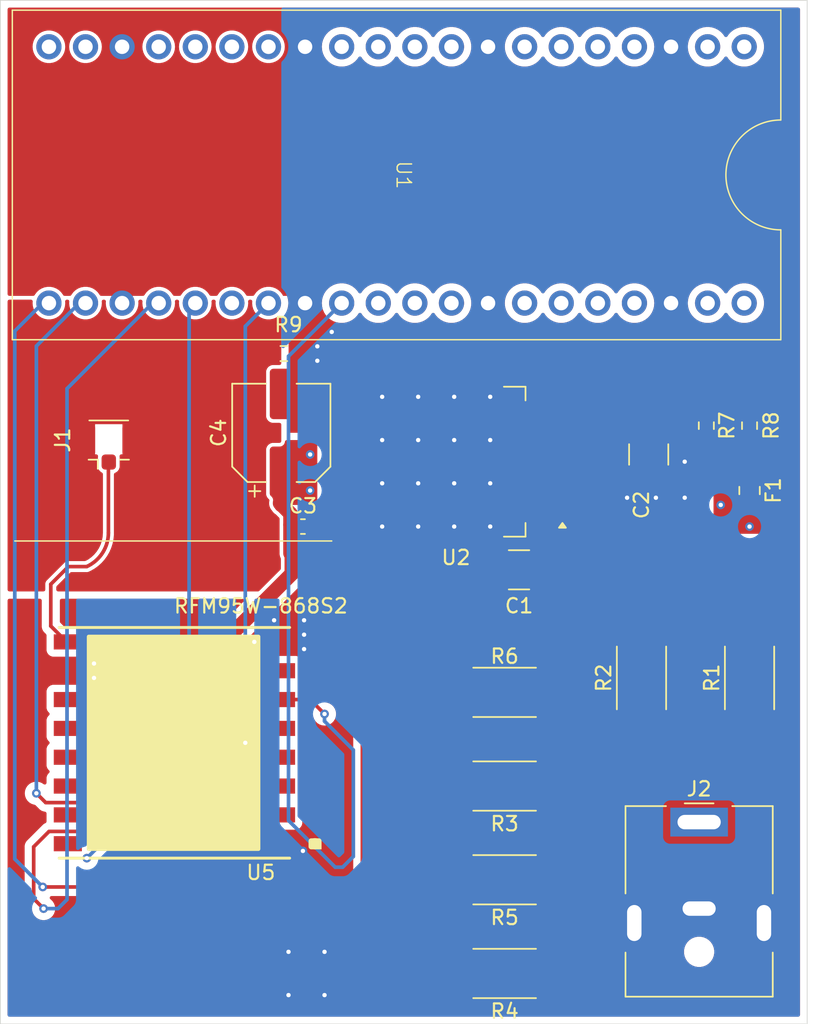
<source format=kicad_pcb>
(kicad_pcb (version 20240108) (generator "pcbnew") (generator_version "8.0")
  (layers (0 "F.Cu" signal) (1 "In1.Cu" signal) (2 "In2.Cu" signal) (31 "B.Cu" signal) (34 "B.Paste" user) (35 "F.Paste" user) (36 "B.SilkS" user "B.Silkscreen") (37 "F.SilkS" user "F.Silkscreen") (38 "B.Mask" user) (39 "F.Mask" user) (44 "Edge.Cuts" user))
  (net 0 "")
  (net 1 "Net-(U2-IN)")
  (net 2 "GND")
  (net 3 "Net-(U2-OUT)")
  (net 4 "RF_VDD")
  (net 5 "/12V")
  (net 6 "Net-(U2-ADJ)")
  (net 8 "/SPI_MISO")
  (net 16 "/SPI_CSn")
  (net 20 "/SPI_SCK")
  (net 23 "/SPI_MOSI")
  (net 32 "/DIO1")
  (net 33 "/RESETn")
  (net 34 "/ANT")
  (net 35 "/RF_GND")
  (footprint "Package_TO_SOT_SMD:TO-263-5_TabPin3" (layer "F.Cu") (at 138.625 61 180)
    (property "Reference" "U2" (at 0 -6.65 0) (layer "F.SilkS"))
    (property "Value" "LT1963AEQ")
    (fp_line (start -3.325 5.2) (end -4.825 5.2) (stroke (width 0.12)) (layer "F.SilkS"))
    (fp_line (start -3.325 -5.2) (end -4.825 -5.2) (stroke (width 0.12)) (layer "F.SilkS"))
    (fp_line (start -4.825 5.2) (end -4.825 4.25) (stroke (width 0.12)) (layer "F.SilkS"))
    (fp_line (start -4.825 -5.2) (end -4.825 -4.25) (stroke (width 0.12)) (layer "F.SilkS"))
    (fp_poly (pts (xy -7.3875 -4.25) (xy -7.6275 -4.58) (xy -7.1475 -4.58) (xy -7.3875 -4.25)) (stroke (width 0.12)) (fill solid) (layer "F.SilkS"))
    (pad "1" smd roundrect (at -7.65 -3.4 180) (size 4.6 1.1) (layers "F.Cu" "F.Paste" "F.Mask") (roundrect_rratio 0.227273) (net 1 "Net-(U2-IN)"))
    (pad "2" smd roundrect (at -7.65 -1.7 180) (size 4.6 1.1) (layers "F.Cu" "F.Paste" "F.Mask") (roundrect_rratio 0.227273) (net 1 "Net-(U2-IN)"))
    (pad "3" smd roundrect (at -7.65 0 180) (size 4.6 1.1) (layers "F.Cu" "F.Paste" "F.Mask") (roundrect_rratio 0.227273) (net 2 "GND"))
    (pad "3" smd roundrect (at -0.925 -2.775 180) (size 4.55 5.25) (layers "F.Cu" "F.Paste") (roundrect_rratio 0.054945) (net 2 "GND"))
    (pad "3" smd roundrect (at -0.925 2.775 180) (size 4.55 5.25) (layers "F.Cu" "F.Paste") (roundrect_rratio 0.054945) (net 2 "GND"))
    (pad "3" smd roundrect (at 1.5 0 180) (size 9.4 10.8) (layers "F.Cu" "F.Mask") (roundrect_rratio 0.026596) (net 2 "GND"))
    (pad "3" smd roundrect (at 3.925 -2.775 180) (size 4.55 5.25) (layers "F.Cu" "F.Paste") (roundrect_rratio 0.054945) (net 2 "GND"))
    (pad "3" smd roundrect (at 3.925 2.775 180) (size 4.55 5.25) (layers "F.Cu" "F.Paste") (roundrect_rratio 0.054945) (net 2 "GND"))
    (pad "4" smd roundrect (at -7.65 1.7 180) (size 4.6 1.1) (layers "F.Cu" "F.Paste" "F.Mask") (roundrect_rratio 0.227273) (net 3 "Net-(U2-OUT)"))
    (pad "5" smd roundrect (at -7.65 3.4 180) (size 4.6 1.1) (layers "F.Cu" "F.Paste" "F.Mask") (roundrect_rratio 0.227273) (net 6 "Net-(U2-ADJ)"))
  )
  (footprint "Resistor_SMD:R_2512_6332Metric" (layer "F.Cu") (at 142 90 180)
    (property "Reference" "R5" (at 0 -2.62 0) (layer "F.SilkS"))
    (property "Value" "20R")
    (fp_line (start -2.177064 1.71) (end 2.177064 1.71) (stroke (width 0.12)) (layer "F.SilkS"))
    (fp_line (start -2.177064 -1.71) (end 2.177064 -1.71) (stroke (width 0.12)) (layer "F.SilkS"))
    (pad "1" smd roundrect (at -2.9625 0 180) (size 1.225 3.35) (layers "F.Cu" "F.Paste" "F.Mask") (roundrect_rratio 0.204082) (net 5 "/12V"))
    (pad "2" smd roundrect (at 2.9625 0 180) (size 1.225 3.35) (layers "F.Cu" "F.Paste" "F.Mask") (roundrect_rratio 0.204082) (net 1 "Net-(U2-IN)"))
  )
  (footprint "Resistor_SMD:R_0603_1608Metric" (layer "F.Cu") (at 159 58.5 90)
    (property "Reference" "R8" (at 0 1.5 90) (layer "F.SilkS"))
    (property "Value" "1K2")
    (fp_line (start -0.237258 -0.5225) (end 0.237258 -0.5225) (stroke (width 0.12)) (layer "F.SilkS"))
    (fp_line (start -0.237258 0.5225) (end 0.237258 0.5225) (stroke (width 0.12)) (layer "F.SilkS"))
    (pad "1" smd roundrect (at -0.825 0 90) (size 0.8 0.95) (layers "F.Cu" "F.Paste" "F.Mask") (net 2 "GND"))
    (pad "2" smd roundrect (at 0.825 0 90) (size 0.8 0.95) (layers "F.Cu" "F.Paste" "F.Mask") (net 6 "Net-(U2-ADJ)"))
  )
  (footprint "Resistor_SMD:R_2512_6332Metric" (layer "F.Cu") (at 159 76 90)
    (property "Reference" "R1" (at 0 -2.62 90) (layer "F.SilkS"))
    (property "Value" "20R")
    (fp_line (start -2.177064 -1.71) (end 2.177064 -1.71) (stroke (width 0.12)) (layer "F.SilkS"))
    (fp_line (start -2.177064 1.71) (end 2.177064 1.71) (stroke (width 0.12)) (layer "F.SilkS"))
    (pad "1" smd roundrect (at -2.9625 0 90) (size 1.225 3.35) (layers "F.Cu" "F.Paste" "F.Mask") (roundrect_rratio 0.204082) (net 5 "/12V"))
    (pad "2" smd roundrect (at 2.9625 0 90) (size 1.225 3.35) (layers "F.Cu" "F.Paste" "F.Mask") (roundrect_rratio 0.204082) (net 1 "Net-(U2-IN)"))
  )
  (footprint "Resistor_SMD:R_2512_6332Metric" (layer "F.Cu") (at 142 83.5 180)
    (property "Reference" "R3" (at 0 -2.62 0) (layer "F.SilkS"))
    (property "Value" "20R")
    (fp_line (start -2.177064 1.71) (end 2.177064 1.71) (stroke (width 0.12)) (layer "F.SilkS"))
    (fp_line (start -2.177064 -1.71) (end 2.177064 -1.71) (stroke (width 0.12)) (layer "F.SilkS"))
    (pad "1" smd roundrect (at -2.9625 0 180) (size 1.225 3.35) (layers "F.Cu" "F.Paste" "F.Mask") (roundrect_rratio 0.204082) (net 5 "/12V"))
    (pad "2" smd roundrect (at 2.9625 0 180) (size 1.225 3.35) (layers "F.Cu" "F.Paste" "F.Mask") (roundrect_rratio 0.204082) (net 1 "Net-(U2-IN)"))
  )
  (footprint "Resistor_SMD:R_2512_6332Metric" (layer "F.Cu") (at 142 96.5 180)
    (property "Reference" "R4" (at 0 -2.62 0) (layer "F.SilkS"))
    (property "Value" "20R")
    (fp_line (start -2.177064 1.71) (end 2.177064 1.71) (stroke (width 0.12)) (layer "F.SilkS"))
    (fp_line (start -2.177064 -1.71) (end 2.177064 -1.71) (stroke (width 0.12)) (layer "F.SilkS"))
    (pad "1" smd roundrect (at -2.9625 0 180) (size 1.225 3.35) (layers "F.Cu" "F.Paste" "F.Mask") (roundrect_rratio 0.204082) (net 5 "/12V"))
    (pad "2" smd roundrect (at 2.9625 0 180) (size 1.225 3.35) (layers "F.Cu" "F.Paste" "F.Mask") (roundrect_rratio 0.204082) (net 1 "Net-(U2-IN)"))
  )
  (footprint "Capacitor_SMD:CP_Elec_6.3x5.8" (layer "F.Cu") (at 126.5 59 90)
    (property "Reference" "C4" (at 0 -4.35 90) (layer "F.SilkS"))
    (property "Value" "47uF")
    (fp_line (start 3.41 -3.41) (end 3.41 -1.06) (stroke (width 0.12)) (layer "F.SilkS"))
    (fp_line (start -2.345563 -3.41) (end 3.41 -3.41) (stroke (width 0.12)) (layer "F.SilkS"))
    (fp_line (start -3.41 -2.345563) (end -2.345563 -3.41) (stroke (width 0.12)) (layer "F.SilkS"))
    (fp_line (start -3.41 -2.345563) (end -3.41 -1.06) (stroke (width 0.12)) (layer "F.SilkS"))
    (fp_line (start -4.04375 -2.24125) (end -4.04375 -1.45375) (stroke (width 0.12)) (layer "F.SilkS"))
    (fp_line (start -4.4375 -1.8475) (end -3.65 -1.8475) (stroke (width 0.12)) (layer "F.SilkS"))
    (fp_line (start -3.41 2.345563) (end -3.41 1.06) (stroke (width 0.12)) (layer "F.SilkS"))
    (fp_line (start -3.41 2.345563) (end -2.345563 3.41) (stroke (width 0.12)) (layer "F.SilkS"))
    (fp_line (start 3.41 3.41) (end 3.41 1.06) (stroke (width 0.12)) (layer "F.SilkS"))
    (fp_line (start -2.345563 3.41) (end 3.41 3.41) (stroke (width 0.12)) (layer "F.SilkS"))
    (pad "1" smd roundrect (at -2.7 0 90) (size 3.5 1.6) (layers "F.Cu" "F.Paste" "F.Mask") (roundrect_rratio 0.15625) (net 4 "RF_VDD"))
    (pad "2" smd roundrect (at 2.7 0 90) (size 3.5 1.6) (layers "F.Cu" "F.Paste" "F.Mask") (roundrect_rratio 0.15625) (net 2 "GND"))
  )
  (footprint "Fuse:Fuse_0805_2012Metric" (layer "F.Cu") (at 159 63 -90)
    (property "Reference" "F1" (at 0 -1.65 90) (layer "F.SilkS"))
    (property "Value" "2.5A")
    (fp_line (start -0.258578 0.71) (end 0.258578 0.71) (stroke (width 0.12)) (layer "F.SilkS"))
    (fp_line (start -0.258578 -0.71) (end 0.258578 -0.71) (stroke (width 0.12)) (layer "F.SilkS"))
    (pad "1" smd roundrect (at -0.9375 0 270) (size 0.975 1.4) (layers "F.Cu" "F.Paste" "F.Mask") (net 3 "Net-(U2-OUT)"))
    (pad "2" smd roundrect (at 0.9375 0 270) (size 0.975 1.4) (layers "F.Cu" "F.Paste" "F.Mask") (net 4 "RF_VDD"))
  )
  (footprint "Capacitor_SMD:C_1210_3225Metric" (layer "F.Cu") (at 152 60.5 90)
    (property "Reference" "C2" (at -3.5 -0.5 90) (layer "F.SilkS"))
    (property "Value" "10uF")
    (fp_line (start -0.711252 -1.36) (end 0.711252 -1.36) (stroke (width 0.12)) (layer "F.SilkS"))
    (fp_line (start -0.711252 1.36) (end 0.711252 1.36) (stroke (width 0.12)) (layer "F.SilkS"))
    (pad "1" smd roundrect (at -1.475 0 90) (size 1.15 2.7) (layers "F.Cu" "F.Paste" "F.Mask") (roundrect_rratio 0.217391) (net 2 "GND"))
    (pad "2" smd roundrect (at 1.475 0 90) (size 1.15 2.7) (layers "F.Cu" "F.Paste" "F.Mask") (roundrect_rratio 0.217391) (net 3 "Net-(U2-OUT)"))
  )
  (footprint "Capacitor_SMD:C_1210_3225Metric" (layer "F.Cu") (at 143 68.5)
    (property "Reference" "C1" (at 0 2.5 0) (layer "F.SilkS"))
    (property "Value" "10uF")
    (fp_line (start -0.711252 -1.36) (end 0.711252 -1.36) (stroke (width 0.12)) (layer "F.SilkS"))
    (fp_line (start -0.711252 1.36) (end 0.711252 1.36) (stroke (width 0.12)) (layer "F.SilkS"))
    (pad "1" smd roundrect (at -1.475 0) (size 1.15 2.7) (layers "F.Cu" "F.Paste" "F.Mask") (roundrect_rratio 0.217391) (net 2 "GND"))
    (pad "2" smd roundrect (at 1.475 0) (size 1.15 2.7) (layers "F.Cu" "F.Paste" "F.Mask") (roundrect_rratio 0.217391) (net 1 "Net-(U2-IN)"))
  )
  (footprint "Resistor_SMD:R_2512_6332Metric" (layer "F.Cu") (at 142 77 180)
    (property "Reference" "R6" (at 0 2.5 0) (layer "F.SilkS"))
    (property "Value" "20R")
    (fp_line (start -2.177064 1.71) (end 2.177064 1.71) (stroke (width 0.12)) (layer "F.SilkS"))
    (fp_line (start -2.177064 -1.71) (end 2.177064 -1.71) (stroke (width 0.12)) (layer "F.SilkS"))
    (pad "1" smd roundrect (at -2.9625 0 180) (size 1.225 3.35) (layers "F.Cu" "F.Paste" "F.Mask") (roundrect_rratio 0.204082) (net 5 "/12V"))
    (pad "2" smd roundrect (at 2.9625 0 180) (size 1.225 3.35) (layers "F.Cu" "F.Paste" "F.Mask") (roundrect_rratio 0.204082) (net 1 "Net-(U2-IN)"))
  )
  (footprint "Connector_Coaxial:U.FL_Hirose_U.FL-R-SMT-1_Vertical" (layer "F.Cu") (at 114.525 59.975 90)
    (property "Reference" "J1" (at 0.475 -3.2 90) (layer "F.SilkS"))
    (property "Value" "Conn_Coaxial_Small")
    (fp_line (start -0.885 -1.4) (end -0.885 -0.76) (stroke (width 0.12)) (layer "F.SilkS"))
    (fp_line (start 1.835 -1.35) (end 1.835 1.35) (stroke (width 0.12)) (layer "F.SilkS"))
    (fp_line (start -0.885 -0.76) (end -1.515 -0.76) (stroke (width 0.12)) (layer "F.SilkS"))
    (fp_line (start -0.885 1.4) (end -0.885 0.76) (stroke (width 0.12)) (layer "F.SilkS"))
    (pad "1" smd roundrect (at -1.05 0 90) (size 1.05 1) (layers "F.Cu" "F.Paste" "F.Mask") (net 34 "/ANT"))
    (pad "2" smd roundrect (at 0.475 -1.475 90) (size 2.2 1.05) (layers "F.Cu" "F.Paste" "F.Mask") (roundrect_rratio 0.2380952381) (net 35 "/RF_GND"))
    (pad "2" smd roundrect (at 0.475 1.475 90) (size 2.2 1.05) (layers "F.Cu" "F.Paste" "F.Mask") (roundrect_rratio 0.2380952381) (net 35 "/RF_GND"))
    (zone (net 0) (net_name "") (layers "*.Cu") (connect_pads (clearance 0)) (min_thickness 0.25)
      (keepout (tracks not_allowed) (vias not_allowed) (pads not_allowed) (copperpour not_allowed) (footprints allowed))
      (fill (thermal_gap 0.5) (thermal_bridge_width 0.5))
      (polygon (pts (xy 113.575 58.4) (xy 113.575 60.49) (xy 115.475 60.49) (xy 115.475 58.4)))
    )
  )
  (footprint "Capacitor_SMD:C_0603_1608Metric" (layer "F.Cu") (at 128 65.5)
    (property "Reference" "C3" (at 0 -1.43 360) (layer "F.SilkS"))
    (property "Value" "0.1uF")
    (fp_line (start -0.14058 -0.51) (end 0.14058 -0.51) (stroke (width 0.12)) (layer "F.SilkS"))
    (fp_line (start -0.14058 0.51) (end 0.14058 0.51) (stroke (width 0.12)) (layer "F.SilkS"))
    (pad "1" smd roundrect (at -0.775 0) (size 0.9 0.95) (layers "F.Cu" "F.Paste" "F.Mask") (net 4 "RF_VDD"))
    (pad "2" smd roundrect (at 0.775 0) (size 0.9 0.95) (layers "F.Cu" "F.Paste" "F.Mask") (net 2 "GND"))
  )
  (footprint "Resistor_SMD:R_0603_1608Metric" (layer "F.Cu") (at 156 58.5 -90)
    (property "Reference" "R7" (at 0 -1.43 90) (layer "F.SilkS"))
    (property "Value" "2K2")
    (fp_line (start -0.237258 0.5225) (end 0.237258 0.5225) (stroke (width 0.12)) (layer "F.SilkS"))
    (fp_line (start -0.237258 -0.5225) (end 0.237258 -0.5225) (stroke (width 0.12)) (layer "F.SilkS"))
    (pad "1" smd roundrect (at -0.825 0 270) (size 0.8 0.95) (layers "F.Cu" "F.Paste" "F.Mask") (net 6 "Net-(U2-ADJ)"))
    (pad "2" smd roundrect (at 0.825 0 270) (size 0.8 0.95) (layers "F.Cu" "F.Paste" "F.Mask") (net 3 "Net-(U2-OUT)"))
  )
  (footprint "Connector_BarrelJack:BarrelJack_CUI_PJ-063AH_Horizontal" (layer "F.Cu") (at 155.5 86)
    (property "Reference" "J2" (at 0 -2.3 0) (layer "F.SilkS"))
    (property "Value" "Barrel_Jack_MountingPin")
    (fp_line (start -5.11 -1.11) (end -2.3 -1.11) (stroke (width 0.12)) (layer "F.SilkS"))
    (fp_line (start -5.11 4.95) (end -5.11 -1.11) (stroke (width 0.12)) (layer "F.SilkS"))
    (fp_line (start -5.11 12.11) (end -5.11 9.05) (stroke (width 0.12)) (layer "F.SilkS"))
    (fp_line (start -1 -1.3) (end 1 -1.3) (stroke (width 0.12)) (layer "F.SilkS"))
    (fp_line (start 2.3 -1.11) (end 5.11 -1.11) (stroke (width 0.12)) (layer "F.SilkS"))
    (fp_line (start 5.11 -1.11) (end 5.11 4.95) (stroke (width 0.12)) (layer "F.SilkS"))
    (fp_line (start 5.11 9.05) (end 5.11 12.11) (stroke (width 0.12)) (layer "F.SilkS"))
    (fp_line (start 5.11 12.11) (end -5.11 12.11) (stroke (width 0.12)) (layer "F.SilkS"))
    (pad "" np_thru_hole circle (at 0 9) (size 1.6 1.6) (drill 1.6) (layers "*.Cu" "*.Mask"))
    (pad "1" thru_hole rect (at 0 0) (size 4 2) (drill oval 3 1) (layers "*.Cu" "*.Mask") (net 5 "/12V"))
    (pad "2" thru_hole oval (at 0 6) (size 3.3 2) (drill oval 2.3 1) (layers "*.Cu" "*.Mask") (net 2 "GND"))
    (pad "MP" thru_hole oval (at -4.5 7) (size 2 3.5) (drill oval 1 2.5) (layers "*.Cu" "*.Mask") (net 2 "GND"))
    (pad "MP" thru_hole oval (at 4.5 7) (size 2 3.5) (drill oval 1 2.5) (layers "*.Cu" "*.Mask") (net 2 "GND"))
  )
  (footprint "LoRa-Dev:RPi_Pico" (layer "F.Cu") (at 134.5 41.11 -90)
    (property "Reference" "U1" (at 0 -0.5 -90) (layer "F.SilkS") (effects (font (thickness 0.1))))
    (property "Value" "RPi Pico")
    (fp_line (start -11.43 26.67) (end 11.43 26.67) (stroke (width 0.1)) (layer "F.SilkS"))
    (fp_line (start 11.43 26.67) (end 11.43 -26.67) (stroke (width 0.1)) (layer "F.SilkS"))
    (fp_line (start -11.43 -26.67) (end -11.43 26.67) (stroke (width 0.1)) (layer "F.SilkS"))
    (fp_line (start -11.43 -26.67) (end -3.81 -26.67) (stroke (width 0.1)) (layer "F.SilkS"))
    (fp_line (start 3.81 -26.67) (end 11.43 -26.67) (stroke (width 0.1)) (layer "F.SilkS"))
    (fp_arc (start 3.81 -26.67) (mid 0 -22.86) (end -3.81 -26.67) (stroke (width 0.1)) (layer "F.SilkS"))
    (pad "1" thru_hole circle (at -8.89 -24.13 270) (size 1.75 1.75) (drill 1) (layers "*.Cu" "*.Mask"))
    (pad "2" thru_hole circle (at -8.89 -21.59 270) (size 1.75 1.75) (drill 1) (layers "*.Cu" "*.Mask"))
    (pad "3" thru_hole circle (at -8.89 -19.05 270) (size 1.75 1.75) (drill 1) (layers "*.Cu" "*.Mask") (net 2 "GND"))
    (pad "4" thru_hole circle (at -8.89 -16.51 270) (size 1.75 1.75) (drill 1) (layers "*.Cu" "*.Mask"))
    (pad "5" thru_hole circle (at -8.89 -13.97 270) (size 1.75 1.75) (drill 1) (layers "*.Cu" "*.Mask"))
    (pad "6" thru_hole circle (at -8.89 -11.43 270) (size 1.75 1.75) (drill 1) (layers "*.Cu" "*.Mask"))
    (pad "7" thru_hole circle (at -8.89 -8.89 270) (size 1.75 1.75) (drill 1) (layers "*.Cu" "*.Mask"))
    (pad "8" thru_hole circle (at -8.89 -6.35 270) (size 1.75 1.75) (drill 1) (layers "*.Cu" "*.Mask") (net 2 "GND"))
    (pad "9" thru_hole circle (at -8.89 -3.81 270) (size 1.75 1.75) (drill 1) (layers "*.Cu" "*.Mask"))
    (pad "10" thru_hole circle (at -8.89 -1.27 270) (size 1.75 1.75) (drill 1) (layers "*.Cu" "*.Mask"))
    (pad "11" thru_hole circle (at -8.89 1.27 270) (size 1.75 1.75) (drill 1) (layers "*.Cu" "*.Mask"))
    (pad "12" thru_hole circle (at -8.89 3.81 270) (size 1.75 1.75) (drill 1) (layers "*.Cu" "*.Mask"))
    (pad "13" thru_hole circle (at -8.89 6.35 270) (size 1.75 1.75) (drill 1) (layers "*.Cu" "*.Mask") (net 2 "GND"))
    (pad "14" thru_hole circle (at -8.89 8.89 270) (size 1.75 1.75) (drill 1) (layers "*.Cu" "*.Mask"))
    (pad "15" thru_hole circle (at -8.89 11.43 270) (size 1.75 1.75) (drill 1) (layers "*.Cu" "*.Mask"))
    (pad "16" thru_hole circle (at -8.89 13.97 270) (size 1.75 1.75) (drill 1) (layers "*.Cu" "*.Mask"))
    (pad "17" thru_hole circle (at -8.89 16.51 270) (size 1.75 1.75) (drill 1) (layers "*.Cu" "*.Mask"))
    (pad "18" thru_hole circle (at -8.89 19.05 270) (size 1.75 1.75) (drill 1) (layers "*.Cu" "*.Mask") (net 2 "GND"))
    (pad "19" thru_hole circle (at -8.89 21.59 270) (size 1.75 1.75) (drill 1) (layers "*.Cu" "*.Mask"))
    (pad "20" thru_hole circle (at -8.89 24.13 270) (size 1.75 1.75) (drill 1) (layers "*.Cu" "*.Mask"))
    (pad "21" thru_hole circle (at 8.89 24.13 270) (size 1.75 1.75) (drill 1) (layers "*.Cu" "*.Mask") (net 8 "/SPI_MISO"))
    (pad "22" thru_hole circle (at 8.89 21.59 270) (size 1.75 1.75) (drill 1) (layers "*.Cu" "*.Mask") (net 16 "/SPI_CSn"))
    (pad "23" thru_hole circle (at 8.89 19.05 270) (size 1.75 1.75) (drill 1) (layers "*.Cu" "*.Mask") (net 2 "GND"))
    (pad "24" thru_hole circle (at 8.89 16.51 270) (size 1.75 1.75) (drill 1) (layers "*.Cu" "*.Mask") (net 20 "/SPI_SCK"))
    (pad "25" thru_hole circle (at 8.89 13.97 270) (size 1.75 1.75) (drill 1) (layers "*.Cu" "*.Mask") (net 23 "/SPI_MOSI"))
    (pad "26" thru_hole circle (at 8.89 11.43 270) (size 1.75 1.75) (drill 1) (layers "*.Cu" "*.Mask"))
    (pad "27" thru_hole circle (at 8.89 8.89 270) (size 1.75 1.75) (drill 1) (layers "*.Cu" "*.Mask") (net 32 "/DIO1"))
    (pad "28" thru_hole circle (at 8.89 6.35 270) (size 1.75 1.75) (drill 1) (layers "*.Cu" "*.Mask") (net 2 "GND"))
    (pad "29" thru_hole circle (at 8.89 3.81 270) (size 1.75 1.75) (drill 1) (layers "*.Cu" "*.Mask") (net 33 "/RESETn"))
    (pad "30" thru_hole circle (at 8.89 1.27 270) (size 1.75 1.75) (drill 1) (layers "*.Cu" "*.Mask"))
    (pad "31" thru_hole circle (at 8.89 -1.27 270) (size 1.75 1.75) (drill 1) (layers "*.Cu" "*.Mask"))
    (pad "32" thru_hole circle (at 8.89 -3.81 270) (size 1.75 1.75) (drill 1) (layers "*.Cu" "*.Mask"))
    (pad "33" thru_hole circle (at 8.89 -6.35 270) (size 1.75 1.75) (drill 1) (layers "*.Cu" "*.Mask") (net 2 "GND"))
    (pad "34" thru_hole circle (at 8.89 -8.89 270) (size 1.75 1.75) (drill 1) (layers "*.Cu" "*.Mask"))
    (pad "35" thru_hole circle (at 8.89 -11.43 270) (size 1.75 1.75) (drill 1) (layers "*.Cu" "*.Mask"))
    (pad "36" thru_hole circle (at 8.89 -13.97 270) (size 1.75 1.75) (drill 1) (layers "*.Cu" "*.Mask"))
    (pad "37" thru_hole circle (at 8.89 -16.51 270) (size 1.75 1.75) (drill 1) (layers "*.Cu" "*.Mask"))
    (pad "38" thru_hole circle (at 8.89 -19.05 270) (size 1.75 1.75) (drill 1) (layers "*.Cu" "*.Mask") (net 2 "GND"))
    (pad "39" thru_hole circle (at 8.89 -21.59 270) (size 1.75 1.75) (drill 1) (layers "*.Cu" "*.Mask"))
    (pad "40" thru_hole circle (at 8.89 -24.13 270) (size 1.75 1.75) (drill 1) (layers "*.Cu" "*.Mask"))
  )
  (footprint "LoRa-Dev:RFM95W" (layer "F.Cu") (at 119.08095 80.5 180)
    (property "Reference" "U5" (at -6 -9 360) (layer "F.SilkS"))
    (property "Value" "RFM95W-868S2" (at -6 9.49147 360) (layer "F.SilkS"))
    (fp_line (start 8 8) (end -8 8) (stroke (width 0.2)) (layer "F.SilkS"))
    (fp_line (start -8 -8) (end 8 -8) (stroke (width 0.2)) (layer "F.SilkS"))
    (fp_circle (center -9.75 -7) (end -9.45845 -7) (stroke (width 0.2)) (fill none) (layer "F.SilkS"))
    (fp_poly (pts (xy -10.0226 -7.2) (xy -9.5 -7.2) (xy -9.5 -6.81536) (xy -10.0226 -6.81536)) (stroke (width 0.381)) (fill solid) (layer "F.SilkS"))
    (pad "1" smd rect (at -7.4 -7 180) (size 1.95 1.05) (layers "F.Cu" "F.Paste" "F.Mask") (net 2 "GND"))
    (pad "2" smd rect (at -7.4 -5 180) (size 1.95 1.05) (layers "F.Cu" "F.Paste" "F.Mask") (net 8 "/SPI_MISO"))
    (pad "3" smd rect (at -7.4 -3 180) (size 1.95 1.05) (layers "F.Cu" "F.Paste" "F.Mask") (net 23 "/SPI_MOSI"))
    (pad "4" smd rect (at -7.4 -1 180) (size 1.95 1.05) (layers "F.Cu" "F.Paste" "F.Mask") (net 20 "/SPI_SCK"))
    (pad "5" smd rect (at -7.4 1 180) (size 1.95 1.05) (layers "F.Cu" "F.Paste" "F.Mask") (net 16 "/SPI_CSn"))
    (pad "6" smd rect (at -7.4 3 180) (size 1.95 1.05) (layers "F.Cu" "F.Paste" "F.Mask") (net 33 "/RESETn"))
    (pad "7" smd rect (at -7.4 5 180) (size 1.95 1.05) (layers "F.Cu" "F.Paste" "F.Mask"))
    (pad "8" smd rect (at -7.4 7 180) (size 1.95 1.05) (layers "F.Cu" "F.Paste" "F.Mask") (net 2 "GND"))
    (pad "9" smd rect (at 7.4 7) (size 1.95 1.05) (layers "F.Cu" "F.Paste" "F.Mask") (net 34 "/ANT"))
    (pad "10" smd rect (at 7.4 5) (size 1.95 1.05) (layers "F.Cu" "F.Paste" "F.Mask") (net 2 "GND"))
    (pad "11" smd rect (at 7.4 3) (size 1.95 1.05) (layers "F.Cu" "F.Paste" "F.Mask"))
    (pad "12" smd rect (at 7.4 1) (size 1.95 1.05) (layers "F.Cu" "F.Paste" "F.Mask"))
    (pad "13" smd rect (at 7.4 -1) (size 1.95 1.05) (layers "F.Cu" "F.Paste" "F.Mask") (net 4 "RF_VDD"))
    (pad "14" smd rect (at 7.4 -3) (size 1.95 1.05) (layers "F.Cu" "F.Paste" "F.Mask"))
    (pad "15" smd rect (at 7.4 -5) (size 1.95 1.05) (layers "F.Cu" "F.Paste" "F.Mask") (net 32 "/DIO1"))
    (pad "16" smd rect (at 7.4 -7) (size 1.95 1.05) (layers "F.Cu" "F.Paste" "F.Mask"))
  )
  (footprint "Resistor_SMD:R_0603_1608Metric" (layer "F.Cu") (at 126.675 53.5)
    (property "Reference" "R9" (at 0.325 -2 0) (layer "F.SilkS"))
    (property "Value" "R_Small")
    (fp_line (start -0.237258 -0.5225) (end 0.237258 -0.5225) (stroke (width 0.12)) (layer "F.SilkS"))
    (fp_line (start -0.237258 0.5225) (end 0.237258 0.5225) (stroke (width 0.12)) (layer "F.SilkS"))
    (pad "1" smd roundrect (at -0.825 0) (size 0.8 0.95) (layers "F.Cu" "F.Paste" "F.Mask") (net 35 "/RF_GND"))
    (pad "2" smd roundrect (at 0.825 0) (size 0.8 0.95) (layers "F.Cu" "F.Paste" "F.Mask") (net 2 "GND"))
  )
  (footprint "Resistor_SMD:R_2512_6332Metric" (layer "F.Cu") (at 151.5 76 90)
    (property "Reference" "R2" (at 0 -2.62 90) (layer "F.SilkS"))
    (property "Value" "20R")
    (fp_line (start -2.177064 -1.71) (end 2.177064 -1.71) (stroke (width 0.12)) (layer "F.SilkS"))
    (fp_line (start -2.177064 1.71) (end 2.177064 1.71) (stroke (width 0.12)) (layer "F.SilkS"))
    (pad "1" smd roundrect (at -2.9625 0 90) (size 1.225 3.35) (layers "F.Cu" "F.Paste" "F.Mask") (roundrect_rratio 0.204082) (net 5 "/12V"))
    (pad "2" smd roundrect (at 2.9625 0 90) (size 1.225 3.35) (layers "F.Cu" "F.Paste" "F.Mask") (roundrect_rratio 0.204082) (net 1 "Net-(U2-IN)"))
  )
  (gr_rect (start 108 66.5) (end 130 66.5) (stroke (width 0.1)) (fill none) (layer "F.SilkS"))
  (gr_line (start 107 29) (end 107 100) (stroke (width 0.05)) (layer "Edge.Cuts"))
  (gr_line (start 163 100) (end 163 29) (stroke (width 0.05)) (layer "Edge.Cuts"))
  (gr_line (start 107 100) (end 163 100) (stroke (width 0.05)) (layer "Edge.Cuts"))
  (gr_line (start 163 29) (end 107 29) (stroke (width 0.05)) (layer "Edge.Cuts"))
  (segment (start 146.275 61) (end 139.5 61) (width 1) (layer "F.Cu") (net 2))
  (segment (start 141.525 68.5) (end 141.525 65.75) (width 1) (layer "F.Cu") (net 2))
  (segment (start 141.525 65.75) (end 139.55 63.775) (width 1) (layer "F.Cu") (net 2))
  (segment (start 151.025 61) (end 152 61.975) (width 1) (layer "F.Cu") (net 2))
  (segment (start 146.275 61) (end 151.025 61) (width 1) (layer "F.Cu") (net 2))
  (segment (start 139.5 61) (end 137.125 61) (width 1) (layer "F.Cu") (net 2))
  (via (at 152.5 63.5) (size 0.6) (drill 0.3) (layers "F.Cu" "B.Cu") (net 2))
  (via (at 138.5 59.5) (size 0.6) (drill 0.3) (layers "F.Cu" "B.Cu") (net 2))
  (via (at 127 95) (size 0.6) (drill 0.3) (layers "F.Cu" "B.Cu") (net 2))
  (via (at 126 72) (size 0.6) (drill 0.3) (layers "F.Cu" "B.Cu") (net 2))
  (via (at 133.5 65.5) (size 0.6) (drill 0.3) (layers "F.Cu" "B.Cu") (net 2))
  (via (at 136 59.5) (size 0.6) (drill 0.3) (layers "F.Cu" "B.Cu") (net 2))
  (via (at 127 98) (size 0.6) (drill 0.3) (layers "F.Cu" "B.Cu") (net 2))
  (via (at 113.5 75) (size 0.6) (drill 0.3) (layers "F.Cu" "B.Cu") (net 2))
  (via (at 133.5 59.5) (size 0.6) (drill 0.3) (layers "F.Cu" "B.Cu") (net 2))
  (via (at 136 56.5) (size 0.6) (drill 0.3) (layers "F.Cu" "B.Cu") (net 2))
  (via (at 133.5 56.5) (size 0.6) (drill 0.3) (layers "F.Cu" "B.Cu") (net 2))
  (via (at 129.5 98) (size 0.6) (drill 0.3) (layers "F.Cu" "B.Cu") (net 2))
  (via (at 128.081 74) (size 0.6) (drill 0.3) (layers "F.Cu" "B.Cu") (net 2))
  (via (at 141 56.5) (size 0.6) (drill 0.3) (layers "F.Cu" "B.Cu") (net 2))
  (via (at 129.5 95) (size 0.6) (drill 0.3) (layers "F.Cu" "B.Cu") (net 2))
  (via (at 141 59.5) (size 0.6) (drill 0.3) (layers "F.Cu" "B.Cu") (net 2))
  (via (at 128 88) (size 0.6) (drill 0.3) (layers "F.Cu" "B.Cu") (net 2))
  (via (at 138.5 65.5) (size 0.6) (drill 0.3) (layers "F.Cu" "B.Cu") (net 2))
  (via (at 150.5 63.5) (size 0.6) (drill 0.3) (layers "F.Cu" "B.Cu") (net 2))
  (via (at 113.5 76) (size 0.6) (drill 0.3) (layers "F.Cu" "B.Cu") (net 2))
  (via (at 130 52) (size 0.6) (drill 0.3) (layers "F.Cu" "B.Cu") (net 2))
  (via (at 124.627 73.5) (size 0.6) (drill 0.3) (layers "F.Cu" "B.Cu") (net 2))
  (via (at 128.081 72) (size 0.6) (drill 0.3) (layers "F.Cu" "B.Cu") (net 2))
  (via (at 138.5 62.5) (size 0.6) (drill 0.3) (layers "F.Cu" "B.Cu") (net 2))
  (via (at 129 54) (size 0.6) (drill 0.3) (layers "F.Cu" "B.Cu") (net 2))
  (via (at 133.5 62.5) (size 0.6) (drill 0.3) (layers "F.Cu" "B.Cu") (net 2))
  (via (at 129 53) (size 0.6) (drill 0.3) (layers "F.Cu" "B.Cu") (net 2))
  (via (at 138.5 56.5) (size 0.6) (drill 0.3) (layers "F.Cu" "B.Cu") (net 2))
  (via (at 136 62.5) (size 0.6) (drill 0.3) (layers "F.Cu" "B.Cu") (net 2))
  (via (at 141 62.5) (size 0.6) (drill 0.3) (layers "F.Cu" "B.Cu") (net 2))
  (via (at 128.081 73) (size 0.6) (drill 0.3) (layers "F.Cu" "B.Cu") (net 2))
  (via (at 136 65.5) (size 0.6) (drill 0.3) (layers "F.Cu" "B.Cu") (net 2))
  (via (at 141 65.5) (size 0.6) (drill 0.3) (layers "F.Cu" "B.Cu") (net 2))
  (via (at 154.5 63.5) (size 0.6) (drill 0.3) (layers "F.Cu" "B.Cu") (net 2))
  (via (at 154.5 61) (size 0.6) (drill 0.3) (layers "F.Cu" "B.Cu") (net 2))
  (segment (start 146.275 59.3) (end 155.975 59.3) (width 1) (layer "F.Cu") (net 3))
  (segment (start 159 62.0625) (end 158.7375 62.0625) (width 1) (layer "F.Cu") (net 3))
  (segment (start 158.7375 62.0625) (end 156 59.325) (width 1) (layer "F.Cu") (net 3))
  (segment (start 155.975 59.3) (end 156 59.325) (width 1) (layer "F.Cu") (net 3))
  (segment (start 127.13442 67.3525) (end 127.13442 65.3775) (width 1) (layer "F.Cu") (net 4))
  (segment (start 127.13442 65.3775) (end 127.13442 64.6025) (width 1) (layer "F.Cu") (net 4))
  (segment (start 127.13442 64.6025) (end 126.40942 63.8775) (width 1) (layer "F.Cu") (net 4))
  (segment (start 114.5 81.5) (end 127.225 68.775) (width 1) (layer "F.Cu") (net 4))
  (segment (start 111.6 81.5) (end 114.5 81.5) (width 1) (layer "F.Cu") (net 4))
  (segment (start 126.5 64) (end 126.5 61.7) (width 1) (layer "F.Cu") (net 4))
  (segment (start 127.225 68.775) (end 127.225 67.475) (width 1) (layer "F.Cu") (net 4))
  (via (at 157 64) (size 0.6) (drill 0.3) (layers "F.Cu" "B.Cu") (net 4))
  (via (at 128.5 63) (size 0.6) (drill 0.3) (layers "F.Cu" "B.Cu") (net 4))
  (via (at 159 65.5) (size 0.6) (drill 0.3) (layers "F.Cu" "B.Cu") (net 4))
  (via (at 128.5 60.5) (size 0.6) (drill 0.3) (layers "F.Cu" "B.Cu") (net 4))
  (segment (start 146.35 57.675) (end 146.275 57.6) (width 0.5) (layer "F.Cu") (net 6))
  (segment (start 159 57.675) (end 146.35 57.675) (width 0.5) (layer "F.Cu") (net 6))
  (segment (start 121.48095 90.5) (end 109.94 90.5) (width 0.254) (layer "F.Cu") (net 8))
  (segment (start 126.48095 85.5) (end 121.48095 90.5) (width 0.254) (layer "F.Cu") (net 8))
  (via (at 109.94 90.5) (size 0.6) (drill 0.3) (layers "F.Cu" "B.Cu") (net 8))
  (segment (start 108 51.94) (end 109.94 50) (width 0.254) (layer "B.Cu") (net 8))
  (segment (start 109.94 90.5) (end 108 88.56) (width 0.254) (layer "B.Cu") (net 8))
  (segment (start 108 88.56) (end 108 51.94) (width 0.254) (layer "B.Cu") (net 8))
  (segment (start 118.852 84.648) (end 124 79.5) (width 0.254) (layer "F.Cu") (net 16))
  (segment (start 124 79.5) (end 126.48095 79.5) (width 0.254) (layer "F.Cu") (net 16))
  (segment (start 109.5 84) (end 110.148 84.648) (width 0.254) (layer "F.Cu") (net 16))
  (segment (start 110.148 84.648) (end 118.852 84.648) (width 0.254) (layer "F.Cu") (net 16))
  (via (at 109.5 84) (size 0.6) (drill 0.3) (layers "F.Cu" "B.Cu") (net 16))
  (segment (start 109.5 84) (end 109.5 52.98) (width 0.254) (layer "B.Cu") (net 16))
  (segment (start 109.5 52.98) (end 112.48 50) (width 0.254) (layer "B.Cu") (net 16))
  (segment (start 124.852 82.648) (end 125.33295 82.648) (width 0.254) (layer "F.Cu") (net 20))
  (segment (start 109.313 91.313) (end 109.313 87.71395) (width 0.254) (layer "F.Cu") (net 20))
  (segment (start 112.98295 86.648) (end 113.63095 86) (width 0.254) (layer "F.Cu") (net 20))
  (segment (start 109.313 87.71395) (end 110.37895 86.648) (width 0.254) (layer "F.Cu") (net 20))
  (segment (start 113.63095 86) (end 121.5 86) (width 0.254) (layer "F.Cu") (net 20))
  (segment (start 110 92) (end 109.313 91.313) (width 0.254) (layer "F.Cu") (net 20))
  (segment (start 125.33295 82.648) (end 126.48095 81.5) (width 0.254) (layer "F.Cu") (net 20))
  (segment (start 110.37895 86.648) (end 112.98295 86.648) (width 0.254) (layer "F.Cu") (net 20))
  (segment (start 121.5 86) (end 124.852 82.648) (width 0.254) (layer "F.Cu") (net 20))
  (via (at 110 92) (size 0.6) (drill 0.3) (layers "F.Cu" "B.Cu") (net 20))
  (segment (start 111.627 55.933) (end 117.56 50) (width 0.254) (layer "B.Cu") (net 20))
  (segment (start 111 92) (end 111.627 91.373) (width 0.254) (layer "B.Cu") (net 20))
  (segment (start 110 92) (end 111 92) (width 0.254) (layer "B.Cu") (net 20))
  (segment (start 111.627 91.373) (end 111.627 55.933) (width 0.254) (layer "B.Cu") (net 20))
  (segment (start 126.48095 83.5) (end 123.48095 86.5) (width 0.2) (layer "F.Cu") (net 23))
  (segment (start 123.48095 86.5) (end 115 86.5) (width 0.2) (layer "F.Cu") (net 23))
  (segment (start 115 86.5) (end 113 88.5) (width 0.2) (layer "F.Cu") (net 23))
  (via (at 113 88.5) (size 0.6) (drill 0.3) (layers "F.Cu" "B.Cu") (net 23))
  (segment (start 113 88.5) (end 115.465956 86.034044) (width 0.254) (layer "B.Cu") (net 23))
  (segment (start 115.492339 86.007661) (end 120.1 81.4) (width 0.254) (layer "B.Cu") (net 23))
  (segment (start 115.492339 86.034044) (end 115.492339 86.007661) (width 0.254) (layer "B.Cu") (net 23))
  (segment (start 120.1 81.4) (end 120.1 50) (width 0.254) (layer "B.Cu") (net 23))
  (segment (start 115.465956 86.034044) (end 115.492339 86.034044) (width 0.254) (layer "B.Cu") (net 23))
  (segment (start 120.5 85.5) (end 124 82) (width 0.254) (layer "F.Cu") (net 32))
  (segment (start 124 82) (end 124 80.5) (width 0.254) (layer "F.Cu") (net 32))
  (segment (start 111.6 85.5) (end 120.5 85.5) (width 0.254) (layer "F.Cu") (net 32))
  (via (at 124 80.5) (size 0.6) (drill 0.3) (layers "F.Cu" "B.Cu") (net 32))
  (segment (start 124 80.5) (end 124 51.61) (width 0.254) (layer "B.Cu") (net 32))
  (segment (start 124 51.61) (end 125.61 50) (width 0.254) (layer "B.Cu") (net 32))
  (segment (start 129.5 78.5) (end 128.5 77.5) (width 0.254) (layer "F.Cu") (net 33))
  (segment (start 128.5 77.5) (end 126.48095 77.5) (width 0.254) (layer "F.Cu") (net 33))
  (via (at 129.5 78.5) (size 0.6) (drill 0.3) (layers "F.Cu" "B.Cu") (net 33))
  (segment (start 129.5 79) (end 131.5 81) (width 0.254) (layer "B.Cu") (net 33))
  (segment (start 127 53.69) (end 130.69 50) (width 0.254) (layer "B.Cu") (net 33))
  (segment (start 130.759712 89.127) (end 130.240288 89.127) (width 0.254) (layer "B.Cu") (net 33))
  (segment (start 129.5 78.5) (end 129.5 79) (width 0.254) (layer "B.Cu") (net 33))
  (segment (start 130.240288 89.127) (end 127 85.886712) (width 0.254) (layer "B.Cu") (net 33))
  (segment (start 131.5 81) (end 131.5 88.386712) (width 0.254) (layer "B.Cu") (net 33))
  (segment (start 131.5 88.386712) (end 130.759712 89.127) (width 0.254) (layer "B.Cu") (net 33))
  (segment (start 127 85.886712) (end 127 53.69) (width 0.254) (layer "B.Cu") (net 33))
  (segment (start 111.6 73.5) (end 110.5 72.4) (width 0.254) (layer "F.Cu") (net 34))
  (segment (start 114.5 65.935338) (end 114.5 61) (width 0.254) (layer "F.Cu") (net 34))
  (segment (start 110.5 69.5) (end 111.723714 68.276286) (width 0.254) (layer "F.Cu") (net 34))
  (segment (start 111.723714 68.276286) (end 112.988911 68.276286) (width 0.254) (layer "F.Cu") (net 34))
  (segment (start 110.5 72.4) (end 110.5 69.5) (width 0.254) (layer "F.Cu") (net 34))
  (arc (start 112.988911 68.276286) (mid 114.089041 67.32781) (end 114.5 65.935338) (width 0.254) (layer "F.Cu") (net 34))
  (zone (net 5) (net_name "/12V") (layer "F.Cu") (connect_pads yes (clearance 0.5)) (min_thickness 0.25) (fill yes (thermal_gap 0.5) (thermal_bridge_width 0.5))
    (polygon (pts (xy 143.5 74.5) (xy 143.5 98.5) (xy 161.5 98.5) (xy 161.5 74.5)))
  )
  (zone (net 1) (net_name "Net-(U2-IN)") (layer "F.Cu") (priority 1) (connect_pads yes (clearance 0.5)) (min_thickness 0.25) (fill yes (thermal_gap 0.5) (thermal_bridge_width 0.5))
    (polygon (pts (xy 161.5 74) (xy 143 74) (xy 143 98.5) (xy 132 98.5) (xy 132 67) (xy 161.5 67)))
  )
  (zone (net 2) (net_name "GND") (layer "F.Cu") (priority 9) (connect_pads yes (clearance 0.253)) (min_thickness 0.253) (fill yes (thermal_gap 0.5) (thermal_bridge_width 0.5))
    (polygon (pts (xy 107 29) (xy 128 29) (xy 128 49.5) (xy 107 49.5)))
  )
  (zone (net 1) (net_name "Net-(U2-IN)") (layer "F.Cu") (priority 2) (connect_pads yes (clearance 0.5)) (min_thickness 0.25) (fill yes (thermal_gap 0.5) (thermal_bridge_width 0.5))
    (polygon (pts (xy 149 62) (xy 149 70) (xy 143 70) (xy 143 62)))
  )
  (zone (net 4) (net_name "RF_VDD") (layer "F.Cu") (priority 3) (connect_pads yes (clearance 0.253)) (min_thickness 0.253) (fill yes (thermal_gap 0.5) (thermal_bridge_width 0.5))
    (polygon (pts (xy 125.5 59.5) (xy 125.5 64) (xy 129 64) (xy 129 59.5)))
  )
  (zone (net 35) (net_name "/RF_GND") (layers "F.Cu" "In1.Cu") (priority 6) (connect_pads yes (clearance 0.253)) (min_thickness 0.253) (fill yes (thermal_gap 0.5) (thermal_bridge_width 0.5))
    (polygon (pts (xy 107 48.5) (xy 126.5 48.5) (xy 126.5 70) (xy 107 70)))
  )
  (zone (net 2) (net_name "GND") (layers "F.Cu" "In1.Cu" "In2.Cu" "B.Cu") (connect_pads yes (clearance 0.5)) (min_thickness 0.25) (fill yes (thermal_gap 0.5) (thermal_bridge_width 0.5))
    (polygon (pts (xy 126.5 29) (xy 126.5 70.5) (xy 107 70.5) (xy 107 100) (xy 163 100) (xy 163 29)))
  )
  (zone (net 4) (net_name "RF_VDD") (layers "F.Cu" "In2.Cu") (priority 4) (connect_pads yes (clearance 0.253)) (min_thickness 0.253) (fill yes (thermal_gap 0.5) (thermal_bridge_width 0.5))
    (polygon (pts (xy 156.5 63) (xy 156.5 66) (xy 160.5 66) (xy 160.5 63)))
  )
  (zone (net 0) (net_name "") (layer "F.SilkS") (priority 4) (connect_pads yes (clearance 0.253)) (min_thickness 0.253) (fill yes (thermal_gap 0.5) (thermal_bridge_width 0.5))
    (polygon (pts (xy 113 73) (xy 125.046 73) (xy 125.046 88) (xy 113 88)))
  )
)
</source>
